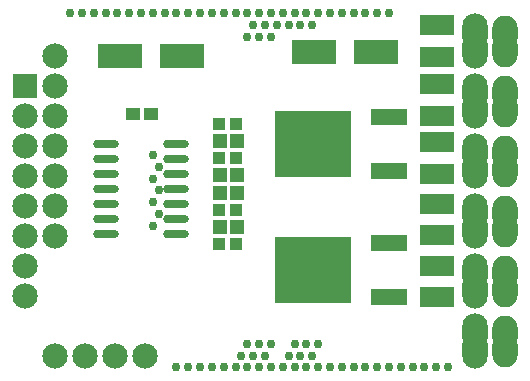
<source format=gts>
G04*
G04 #@! TF.GenerationSoftware,Altium Limited,Altium Designer,22.6.1 (34)*
G04*
G04 Layer_Color=8388736*
%FSLAX44Y44*%
%MOMM*%
G71*
G04*
G04 #@! TF.SameCoordinates,5A10DA5C-CD7F-47E8-AF5C-5331072B1CDA*
G04*
G04*
G04 #@! TF.FilePolarity,Negative*
G04*
G01*
G75*
%ADD23R,3.7500X2.0000*%
%ADD24R,1.2000X1.1500*%
%ADD25R,1.1500X1.1000*%
%ADD26R,3.1500X1.4000*%
%ADD27R,6.5500X5.7000*%
%ADD28R,2.9500X1.7000*%
%ADD29O,2.1500X0.7500*%
%ADD30R,1.1000X1.0500*%
%ADD31O,2.1500X3.1500*%
%ADD32C,2.1500*%
%ADD33O,2.1500X2.9500*%
%ADD34R,2.1500X2.1500*%
%ADD35C,0.7500*%
D23*
X-51250Y181000D02*
D03*
X-103750D02*
D03*
X-268195Y177045D02*
D03*
X-215695D02*
D03*
D24*
X-183655Y105745D02*
D03*
X-169155D02*
D03*
X-183655Y32745D02*
D03*
X-169155D02*
D03*
X-183655Y76745D02*
D03*
X-169155D02*
D03*
X-183655Y61745D02*
D03*
X-169155D02*
D03*
D25*
X-242175Y128475D02*
D03*
X-257175D02*
D03*
D26*
X-40000Y80200D02*
D03*
Y126000D02*
D03*
Y-26500D02*
D03*
Y19300D02*
D03*
D27*
X-104500Y103100D02*
D03*
Y-3600D02*
D03*
D28*
X0Y0D02*
D03*
Y-26500D02*
D03*
Y104250D02*
D03*
Y77750D02*
D03*
Y153500D02*
D03*
Y127000D02*
D03*
Y177000D02*
D03*
Y203500D02*
D03*
Y52500D02*
D03*
Y26000D02*
D03*
D29*
X-220425Y102625D02*
D03*
Y26425D02*
D03*
Y39125D02*
D03*
Y51825D02*
D03*
Y64525D02*
D03*
Y77225D02*
D03*
Y89925D02*
D03*
X-279925Y26425D02*
D03*
Y39125D02*
D03*
Y51825D02*
D03*
Y64525D02*
D03*
Y77225D02*
D03*
Y89925D02*
D03*
Y102625D02*
D03*
D30*
X-169655Y120245D02*
D03*
X-184155D02*
D03*
X-169655Y18245D02*
D03*
X-184155D02*
D03*
Y91245D02*
D03*
X-169655D02*
D03*
X-184155Y47245D02*
D03*
X-169655D02*
D03*
D31*
X32825Y-71475D02*
D03*
Y-56275D02*
D03*
Y-20675D02*
D03*
Y-5475D02*
D03*
Y30125D02*
D03*
Y45325D02*
D03*
Y80925D02*
D03*
Y96125D02*
D03*
Y131725D02*
D03*
Y146925D02*
D03*
Y182525D02*
D03*
Y197725D02*
D03*
D32*
X-322775Y25025D02*
D03*
Y50425D02*
D03*
Y75825D02*
D03*
Y101225D02*
D03*
Y126625D02*
D03*
Y152025D02*
D03*
Y177425D02*
D03*
X-246575Y-76575D02*
D03*
X-271975D02*
D03*
X-297375D02*
D03*
X-322775D02*
D03*
X-348175Y126625D02*
D03*
Y-25775D02*
D03*
Y50425D02*
D03*
Y75825D02*
D03*
Y101225D02*
D03*
Y-375D02*
D03*
Y25025D02*
D03*
D33*
X58225Y182925D02*
D03*
Y197325D02*
D03*
Y30525D02*
D03*
Y-20275D02*
D03*
Y-5875D02*
D03*
Y146525D02*
D03*
Y132125D02*
D03*
Y81325D02*
D03*
Y95725D02*
D03*
Y44925D02*
D03*
Y-71075D02*
D03*
Y-56675D02*
D03*
D34*
X-348175Y152025D02*
D03*
D35*
X-7500Y177000D02*
D03*
X7500D02*
D03*
X-7500Y153500D02*
D03*
X7500D02*
D03*
X-7500Y104250D02*
D03*
X7500D02*
D03*
X-7500Y52500D02*
D03*
X7500D02*
D03*
Y0D02*
D03*
X-7500D02*
D03*
X-91595Y181000D02*
D03*
X-103750D02*
D03*
X-115905Y181160D02*
D03*
X-203540Y177045D02*
D03*
X-215695D02*
D03*
X-227850Y177205D02*
D03*
X-79100Y84050D02*
D03*
Y122150D02*
D03*
X-129900D02*
D03*
Y84050D02*
D03*
X-117200D02*
D03*
X-104500D02*
D03*
X-91800D02*
D03*
X-79100Y96750D02*
D03*
Y109450D02*
D03*
X-91800Y96750D02*
D03*
Y109450D02*
D03*
Y122150D02*
D03*
X-104500D02*
D03*
Y109450D02*
D03*
Y96750D02*
D03*
X-117200D02*
D03*
X-129900D02*
D03*
Y109450D02*
D03*
X-117200D02*
D03*
Y122150D02*
D03*
X-79100Y-22650D02*
D03*
Y15450D02*
D03*
X-129900D02*
D03*
Y-22650D02*
D03*
X-117200D02*
D03*
X-104500D02*
D03*
X-91800D02*
D03*
X-79100Y-9950D02*
D03*
Y2750D02*
D03*
X-91800Y-9950D02*
D03*
Y2750D02*
D03*
Y15450D02*
D03*
X-104500D02*
D03*
Y2750D02*
D03*
Y-9950D02*
D03*
X-117200D02*
D03*
X-129900D02*
D03*
Y2750D02*
D03*
X-117200D02*
D03*
Y15450D02*
D03*
X-40225Y213725D02*
D03*
X-50225D02*
D03*
X-60225D02*
D03*
X-70225D02*
D03*
X-80225D02*
D03*
X-90225D02*
D03*
X-100225D02*
D03*
X-110225D02*
D03*
X-105225Y203725D02*
D03*
X-120225Y213725D02*
D03*
X-115225Y203725D02*
D03*
X-130225Y213725D02*
D03*
X-125225Y203725D02*
D03*
X-140225Y213725D02*
D03*
X-135225Y203725D02*
D03*
X-140225Y193725D02*
D03*
X-150225Y213725D02*
D03*
X-145225Y203725D02*
D03*
X-150225Y193725D02*
D03*
X-160225Y213725D02*
D03*
X-155225Y203725D02*
D03*
X-160225Y193725D02*
D03*
X-170225Y213725D02*
D03*
X-180225D02*
D03*
X-190225D02*
D03*
X-200225D02*
D03*
X-210225D02*
D03*
X-220225D02*
D03*
X-230225D02*
D03*
X-240225D02*
D03*
X-250225D02*
D03*
X-260225D02*
D03*
X-270225D02*
D03*
X-280225D02*
D03*
X-290225D02*
D03*
X-300225D02*
D03*
X-310225D02*
D03*
X9775Y-86275D02*
D03*
X-225D02*
D03*
X-10225D02*
D03*
X-20225D02*
D03*
X-30225D02*
D03*
X-40225D02*
D03*
X-50225D02*
D03*
X-60225D02*
D03*
X-70225D02*
D03*
X-80225D02*
D03*
X-90225D02*
D03*
X-100225Y-66275D02*
D03*
Y-86275D02*
D03*
X-110225Y-66275D02*
D03*
X-105225Y-76275D02*
D03*
X-110225Y-86275D02*
D03*
X-120225Y-66275D02*
D03*
X-115225Y-76275D02*
D03*
X-120225Y-86275D02*
D03*
X-125225Y-76275D02*
D03*
X-130225Y-86275D02*
D03*
X-140225Y-66275D02*
D03*
Y-86275D02*
D03*
X-150225Y-66275D02*
D03*
X-145225Y-76275D02*
D03*
X-150225Y-86275D02*
D03*
X-160225Y-66275D02*
D03*
X-155225Y-76275D02*
D03*
X-160225Y-86275D02*
D03*
X-165225Y-76275D02*
D03*
X-170225Y-86275D02*
D03*
X-180225D02*
D03*
X-190225D02*
D03*
X-200225D02*
D03*
X-210225D02*
D03*
X-220225D02*
D03*
X-240225Y93725D02*
D03*
X-235225Y83725D02*
D03*
X-240225Y73725D02*
D03*
X-235225Y63725D02*
D03*
X-240225Y53725D02*
D03*
X-235225Y43725D02*
D03*
X-240225Y33725D02*
D03*
M02*

</source>
